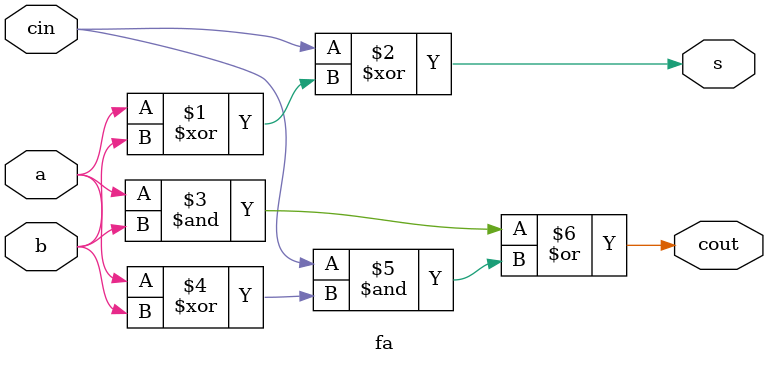
<source format=v>
module Part3(SW,LEDR);
input [9:0] SW;
output [9:0] LEDR;
wire [3:0] A, B, S;
wire CIN, COUT;

assign A = SW[3:0];
assign B = SW[7:4];
assign CIN = SW [8];

fourfa ffa1(A,B,CIN,S,COUT);

assign LEDR[3:0] = S;
assign LEDR[5] = COUT;
endmodule

module fourfa(a,b,cin,s,cout);
input [3:0] a,b;
input cin;
output [3:0] s;
output cout;
wire [3:0] carry, sum;

fa fa1(a[0], b[0], cin, sum[0],carry[0]);
fa fa2(a[1], b[1], carry[0], sum[1],carry[1]);
fa fa3(a[2], b[2], carry[1], sum[2],carry[2]);
fa fa4(a[3], b[3], carry[2], sum[3],carry[3]);

assign cout = carry[3];
assign s = sum;

endmodule

module fa(a,b,cin,s,cout);
input a,b,cin;
output s, cout;

assign s = cin ^ (a ^ b);
assign cout = (a & b) | (cin & (a ^ b));
endmodule  

</source>
